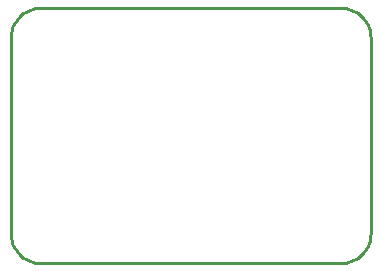
<source format=gbr>
G04 EAGLE Gerber RS-274X export*
G75*
%MOMM*%
%FSLAX34Y34*%
%LPD*%
%IN*%
%IPPOS*%
%AMOC8*
5,1,8,0,0,1.08239X$1,22.5*%
G01*
%ADD10C,0.254000*%


D10*
X0Y25400D02*
X97Y23186D01*
X386Y20989D01*
X865Y18826D01*
X1532Y16713D01*
X2380Y14666D01*
X3403Y12700D01*
X4594Y10831D01*
X5942Y9073D01*
X7440Y7440D01*
X9073Y5942D01*
X10831Y4594D01*
X12700Y3403D01*
X14666Y2380D01*
X16713Y1532D01*
X18826Y865D01*
X20989Y386D01*
X23186Y97D01*
X25400Y0D01*
X279400Y0D01*
X281614Y97D01*
X283811Y386D01*
X285974Y865D01*
X288087Y1532D01*
X290135Y2380D01*
X292100Y3403D01*
X293969Y4594D01*
X295727Y5942D01*
X297361Y7440D01*
X298858Y9073D01*
X300206Y10831D01*
X301397Y12700D01*
X302420Y14666D01*
X303268Y16713D01*
X303935Y18826D01*
X304414Y20989D01*
X304703Y23186D01*
X304800Y25400D01*
X304800Y190500D01*
X304703Y192714D01*
X304414Y194911D01*
X303935Y197074D01*
X303268Y199187D01*
X302420Y201235D01*
X301397Y203200D01*
X300206Y205069D01*
X298858Y206827D01*
X297361Y208461D01*
X295727Y209958D01*
X293969Y211306D01*
X292100Y212497D01*
X290135Y213520D01*
X288087Y214368D01*
X285974Y215035D01*
X283811Y215514D01*
X281614Y215803D01*
X279400Y215900D01*
X25400Y215900D01*
X23186Y215803D01*
X20989Y215514D01*
X18826Y215035D01*
X16713Y214368D01*
X14666Y213520D01*
X12700Y212497D01*
X10831Y211306D01*
X9073Y209958D01*
X7440Y208461D01*
X5942Y206827D01*
X4594Y205069D01*
X3403Y203200D01*
X2380Y201235D01*
X1532Y199187D01*
X865Y197074D01*
X386Y194911D01*
X97Y192714D01*
X0Y190500D01*
X0Y25400D01*
M02*

</source>
